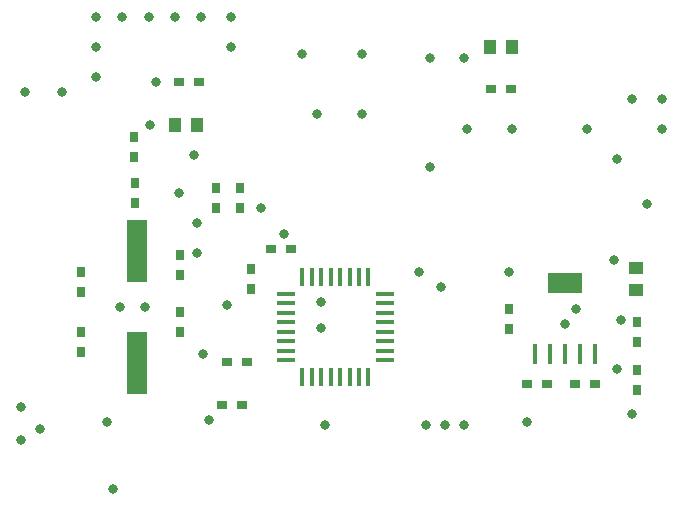
<source format=gbr>
G04 DipTrace 2.1.9.5*
%INTopPaste.gbr*%
%MOIN*%
%ADD37C,0.032*%
%ADD39R,0.0432X0.0511*%
%ADD41R,0.0511X0.0432*%
%ADD43R,0.118X0.0707*%
%ADD45R,0.0156X0.0707*%
%ADD53R,0.0707X0.2085*%
%ADD55R,0.0589X0.0117*%
%ADD57R,0.0117X0.0589*%
%ADD59R,0.0353X0.0314*%
%ADD61R,0.0314X0.0353*%
%FSLAX44Y44*%
%SFA1B1*%
%OFA0B0*%
G04*
G70*
G90*
G75*
G01*
%LNTopPaste*%
%LPD*%
D37*
X9065Y19003D3*
X8877Y17565D3*
X13940Y19940D3*
X15940D3*
X14440Y17940D3*
X15940D3*
X19440Y17440D3*
X20940D3*
X23440D3*
X24440Y16440D3*
X24940Y18440D3*
X25940D3*
Y17440D3*
X25440Y14940D3*
X24940Y7940D3*
X18065Y7565D3*
X18690D3*
X19315D3*
X14690D3*
X7440Y7690D3*
X4565Y8190D3*
Y7065D3*
X5190Y7440D3*
X10440Y14315D3*
Y13315D3*
X9815Y15315D3*
X10315Y16565D3*
X12565Y14815D3*
X11440Y11565D3*
X14565Y11690D3*
Y10815D3*
X17815Y12690D3*
X18565Y12190D3*
X18190Y19815D3*
X19315D3*
X7065Y21190D3*
X7940D3*
X8815D3*
X9690D3*
X10565D3*
X11565D3*
X7065Y20190D3*
Y19190D3*
X5940Y18690D3*
X4690D3*
X11565Y20190D3*
X18190Y16190D3*
X20815Y12690D3*
X23065Y11440D3*
X22690Y10940D3*
X24315Y13065D3*
X21440Y7690D3*
X13315Y13940D3*
X24565Y11065D3*
X24440Y9440D3*
X10814Y7754D3*
X7627Y5440D3*
X7877Y11503D3*
X8690D3*
X10627Y9941D3*
D61*
X9877Y13253D3*
Y12584D3*
Y10691D3*
Y11360D3*
D59*
X13558Y13446D3*
X12889D3*
D61*
X12224Y12111D3*
Y12780D3*
X8355Y15650D3*
Y14980D3*
X11877Y14815D3*
Y15484D3*
X11065Y14815D3*
Y15484D3*
D57*
X13940Y9190D3*
X14255D3*
X14570D3*
X14885D3*
X15200D3*
X15515D3*
X15830D3*
X16145D3*
D55*
X16696Y9741D3*
Y10056D3*
Y10371D3*
Y10686D3*
Y11001D3*
Y11316D3*
Y11631D3*
Y11946D3*
D57*
X16145Y12497D3*
X15830D3*
X15515D3*
X15200D3*
X14885D3*
X14570D3*
X14255D3*
X13940D3*
D55*
X13389Y11946D3*
Y11631D3*
Y11316D3*
Y11001D3*
Y10686D3*
Y10371D3*
Y10056D3*
Y9741D3*
D53*
X8440Y13378D3*
Y9638D3*
D61*
X8315Y17190D3*
Y16521D3*
X6565Y12021D3*
Y12690D3*
Y10690D3*
Y10021D3*
D45*
X21690Y9940D3*
X22190D3*
X22690D3*
X23190D3*
X23690D3*
D43*
X22690Y12302D3*
D59*
X21440Y8940D3*
X22109D3*
D61*
X20815Y11440D3*
Y10771D3*
D59*
X23690Y8940D3*
X23021D3*
D61*
X25105Y9400D3*
Y8730D3*
Y11025D3*
Y10355D3*
D41*
X25064Y12066D3*
Y12814D3*
D39*
X10438Y17565D3*
X9690D3*
D59*
X10485Y19003D3*
X9815D3*
X11921Y8254D3*
X11252D3*
X12087Y9668D3*
X11418D3*
D39*
X20939Y20191D3*
X20191D3*
D59*
X20900Y18775D3*
X20230D3*
M02*

</source>
